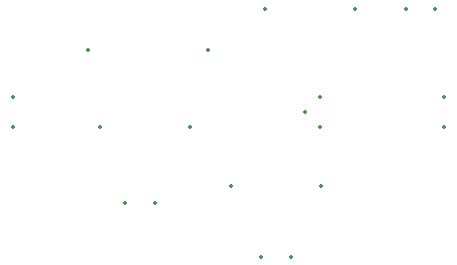
<source format=gbo>
%TF.GenerationSoftware,KiCad,Pcbnew,8.0.3*%
%TF.CreationDate,2024-12-18T20:06:44+01:00*%
%TF.ProjectId,Oscillatore,4f736369-6c6c-4617-946f-72652e6b6963,rev?*%
%TF.SameCoordinates,Original*%
%TF.FileFunction,Legend,Bot*%
%TF.FilePolarity,Positive*%
%FSLAX46Y46*%
G04 Gerber Fmt 4.6, Leading zero omitted, Abs format (unit mm)*
G04 Created by KiCad (PCBNEW 8.0.3) date 2024-12-18 20:06:44*
%MOMM*%
%LPD*%
G01*
G04 APERTURE LIST*
%ADD10C,0.350000*%
G04 APERTURE END LIST*
D10*
X108500000Y-76540000D03*
X108500000Y-74000000D03*
X115880000Y-76500000D03*
X123500000Y-76500000D03*
X129880000Y-66500000D03*
X137500000Y-66500000D03*
X134620000Y-81500000D03*
X127000000Y-81500000D03*
X134500000Y-74000000D03*
X133230000Y-75270000D03*
X134500000Y-76540000D03*
X114840000Y-70000000D03*
X125000000Y-70000000D03*
X145000000Y-74000000D03*
X145000000Y-76540000D03*
X144250000Y-66500000D03*
X141750000Y-66500000D03*
X132000000Y-87500000D03*
X129500000Y-87500000D03*
X118000000Y-83000000D03*
X120500000Y-83000000D03*
M02*

</source>
